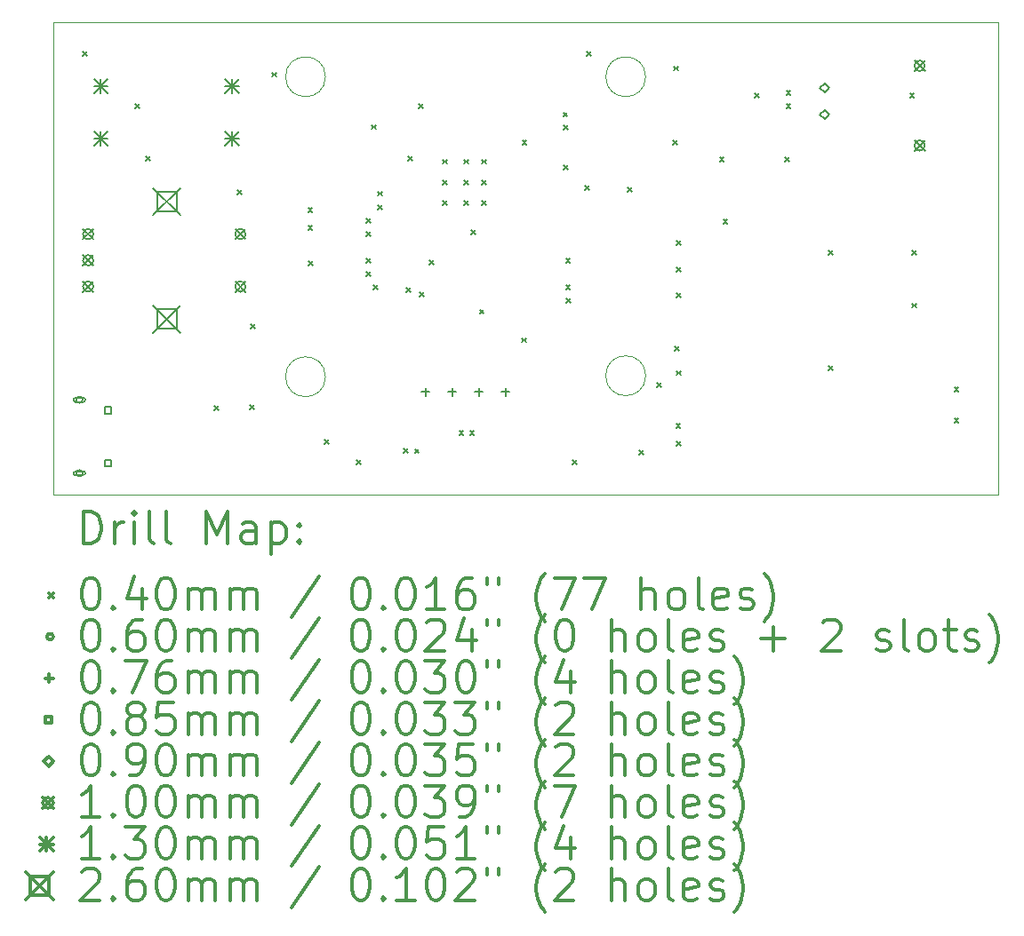
<source format=gbr>
%FSLAX45Y45*%
G04 Gerber Fmt 4.5, Leading zero omitted, Abs format (unit mm)*
G04 Created by KiCad (PCBNEW (5.1.0)-1) date 2020-03-20 23:12:10*
%MOMM*%
%LPD*%
G04 APERTURE LIST*
%ADD10C,0.050000*%
%ADD11C,0.200000*%
%ADD12C,0.300000*%
G04 APERTURE END LIST*
D10*
X19090000Y-4520000D02*
G75*
G03X19090000Y-4520000I-190000J0D01*
G01*
X19090000Y-7380000D02*
G75*
G03X19090000Y-7380000I-190000J0D01*
G01*
X22140000Y-7370000D02*
G75*
G03X22140000Y-7370000I-190000J0D01*
G01*
X22140000Y-4520000D02*
G75*
G03X22140000Y-4520000I-190000J0D01*
G01*
X16500000Y-8500000D02*
X16500000Y-4000000D01*
X25500000Y-8500000D02*
X16500000Y-8500000D01*
X25500000Y-4000000D02*
X25500000Y-8500000D01*
X16500000Y-4000000D02*
X25500000Y-4000000D01*
D11*
X16780000Y-4280000D02*
X16820000Y-4320000D01*
X16820000Y-4280000D02*
X16780000Y-4320000D01*
X17280000Y-4780000D02*
X17320000Y-4820000D01*
X17320000Y-4780000D02*
X17280000Y-4820000D01*
X17380000Y-5280000D02*
X17420000Y-5320000D01*
X17420000Y-5280000D02*
X17380000Y-5320000D01*
X18030000Y-7660000D02*
X18070000Y-7700000D01*
X18070000Y-7660000D02*
X18030000Y-7700000D01*
X18250000Y-5600000D02*
X18290000Y-5640000D01*
X18290000Y-5600000D02*
X18250000Y-5640000D01*
X18370000Y-7650000D02*
X18410000Y-7690000D01*
X18410000Y-7650000D02*
X18370000Y-7690000D01*
X18380000Y-6880000D02*
X18420000Y-6920000D01*
X18420000Y-6880000D02*
X18380000Y-6920000D01*
X18580000Y-4480000D02*
X18620000Y-4520000D01*
X18620000Y-4480000D02*
X18580000Y-4520000D01*
X18925000Y-5770000D02*
X18965000Y-5810000D01*
X18965000Y-5770000D02*
X18925000Y-5810000D01*
X18925000Y-5940000D02*
X18965000Y-5980000D01*
X18965000Y-5940000D02*
X18925000Y-5980000D01*
X18930000Y-6280000D02*
X18970000Y-6320000D01*
X18970000Y-6280000D02*
X18930000Y-6320000D01*
X19080000Y-7980000D02*
X19120000Y-8020000D01*
X19120000Y-7980000D02*
X19080000Y-8020000D01*
X19383600Y-8175200D02*
X19423600Y-8215200D01*
X19423600Y-8175200D02*
X19383600Y-8215200D01*
X19478734Y-5998734D02*
X19518734Y-6038734D01*
X19518734Y-5998734D02*
X19478734Y-6038734D01*
X19480000Y-5875000D02*
X19520000Y-5915000D01*
X19520000Y-5875000D02*
X19480000Y-5915000D01*
X19480000Y-6255000D02*
X19520000Y-6295000D01*
X19520000Y-6255000D02*
X19480000Y-6295000D01*
X19480000Y-6380000D02*
X19520000Y-6420000D01*
X19520000Y-6380000D02*
X19480000Y-6420000D01*
X19530000Y-4980000D02*
X19570000Y-5020000D01*
X19570000Y-4980000D02*
X19530000Y-5020000D01*
X19550000Y-6510000D02*
X19590000Y-6550000D01*
X19590000Y-6510000D02*
X19550000Y-6550000D01*
X19590000Y-5615000D02*
X19630000Y-5655000D01*
X19630000Y-5615000D02*
X19590000Y-5655000D01*
X19590000Y-5745000D02*
X19630000Y-5785000D01*
X19630000Y-5745000D02*
X19590000Y-5785000D01*
X19837500Y-8067500D02*
X19877500Y-8107500D01*
X19877500Y-8067500D02*
X19837500Y-8107500D01*
X19858500Y-6530000D02*
X19898500Y-6570000D01*
X19898500Y-6530000D02*
X19858500Y-6570000D01*
X19880000Y-5280000D02*
X19920000Y-5320000D01*
X19920000Y-5280000D02*
X19880000Y-5320000D01*
X19940000Y-8070000D02*
X19980000Y-8110000D01*
X19980000Y-8070000D02*
X19940000Y-8110000D01*
X19980000Y-4780000D02*
X20020000Y-4820000D01*
X20020000Y-4780000D02*
X19980000Y-4820000D01*
X19990000Y-6575000D02*
X20030000Y-6615000D01*
X20030000Y-6575000D02*
X19990000Y-6615000D01*
X20080000Y-6270000D02*
X20120000Y-6310000D01*
X20120000Y-6270000D02*
X20080000Y-6310000D01*
X20210000Y-5310000D02*
X20250000Y-5350000D01*
X20250000Y-5310000D02*
X20210000Y-5350000D01*
X20210000Y-5510000D02*
X20250000Y-5550000D01*
X20250000Y-5510000D02*
X20210000Y-5550000D01*
X20210000Y-5700000D02*
X20250000Y-5740000D01*
X20250000Y-5700000D02*
X20210000Y-5740000D01*
X20365000Y-7895000D02*
X20405000Y-7935000D01*
X20405000Y-7895000D02*
X20365000Y-7935000D01*
X20410000Y-5310000D02*
X20450000Y-5350000D01*
X20450000Y-5310000D02*
X20410000Y-5350000D01*
X20410000Y-5510000D02*
X20450000Y-5550000D01*
X20450000Y-5510000D02*
X20410000Y-5550000D01*
X20410000Y-5700000D02*
X20450000Y-5740000D01*
X20450000Y-5700000D02*
X20410000Y-5740000D01*
X20465000Y-7895000D02*
X20505000Y-7935000D01*
X20505000Y-7895000D02*
X20465000Y-7935000D01*
X20480000Y-5980000D02*
X20520000Y-6020000D01*
X20520000Y-5980000D02*
X20480000Y-6020000D01*
X20560000Y-6740000D02*
X20600000Y-6780000D01*
X20600000Y-6740000D02*
X20560000Y-6780000D01*
X20580000Y-5310000D02*
X20620000Y-5350000D01*
X20620000Y-5310000D02*
X20580000Y-5350000D01*
X20580000Y-5510000D02*
X20620000Y-5550000D01*
X20620000Y-5510000D02*
X20580000Y-5550000D01*
X20580000Y-5700000D02*
X20620000Y-5740000D01*
X20620000Y-5700000D02*
X20580000Y-5740000D01*
X20960000Y-7010000D02*
X21000000Y-7050000D01*
X21000000Y-7010000D02*
X20960000Y-7050000D01*
X20965000Y-5125000D02*
X21005000Y-5165000D01*
X21005000Y-5125000D02*
X20965000Y-5165000D01*
X21355000Y-4860000D02*
X21395000Y-4900000D01*
X21395000Y-4860000D02*
X21355000Y-4900000D01*
X21360000Y-4984000D02*
X21400000Y-5024000D01*
X21400000Y-4984000D02*
X21360000Y-5024000D01*
X21360000Y-5365000D02*
X21400000Y-5405000D01*
X21400000Y-5365000D02*
X21360000Y-5405000D01*
X21380000Y-6255000D02*
X21420000Y-6295000D01*
X21420000Y-6255000D02*
X21380000Y-6295000D01*
X21380000Y-6505000D02*
X21420000Y-6545000D01*
X21420000Y-6505000D02*
X21380000Y-6545000D01*
X21385000Y-6635000D02*
X21425000Y-6675000D01*
X21425000Y-6635000D02*
X21385000Y-6675000D01*
X21443600Y-8175200D02*
X21483600Y-8215200D01*
X21483600Y-8175200D02*
X21443600Y-8215200D01*
X21565000Y-5560000D02*
X21605000Y-5600000D01*
X21605000Y-5560000D02*
X21565000Y-5600000D01*
X21580000Y-4280000D02*
X21620000Y-4320000D01*
X21620000Y-4280000D02*
X21580000Y-4320000D01*
X21970000Y-5575000D02*
X22010000Y-5615000D01*
X22010000Y-5575000D02*
X21970000Y-5615000D01*
X22080000Y-8080000D02*
X22120000Y-8120000D01*
X22120000Y-8080000D02*
X22080000Y-8120000D01*
X22250000Y-7440000D02*
X22290000Y-7480000D01*
X22290000Y-7440000D02*
X22250000Y-7480000D01*
X22400000Y-5130000D02*
X22440000Y-5170000D01*
X22440000Y-5130000D02*
X22400000Y-5170000D01*
X22410000Y-4420000D02*
X22450000Y-4460000D01*
X22450000Y-4420000D02*
X22410000Y-4460000D01*
X22420000Y-7090000D02*
X22460000Y-7130000D01*
X22460000Y-7090000D02*
X22420000Y-7130000D01*
X22430000Y-7825000D02*
X22470000Y-7865000D01*
X22470000Y-7825000D02*
X22430000Y-7865000D01*
X22432700Y-6085000D02*
X22472700Y-6125000D01*
X22472700Y-6085000D02*
X22432700Y-6125000D01*
X22432700Y-6335000D02*
X22472700Y-6375000D01*
X22472700Y-6335000D02*
X22432700Y-6375000D01*
X22432700Y-6585000D02*
X22472700Y-6625000D01*
X22472700Y-6585000D02*
X22432700Y-6625000D01*
X22435000Y-7325000D02*
X22475000Y-7365000D01*
X22475000Y-7325000D02*
X22435000Y-7365000D01*
X22437500Y-7997500D02*
X22477500Y-8037500D01*
X22477500Y-7997500D02*
X22437500Y-8037500D01*
X22845000Y-5290000D02*
X22885000Y-5330000D01*
X22885000Y-5290000D02*
X22845000Y-5330000D01*
X22880000Y-5880000D02*
X22920000Y-5920000D01*
X22920000Y-5880000D02*
X22880000Y-5920000D01*
X23180000Y-4680000D02*
X23220000Y-4720000D01*
X23220000Y-4680000D02*
X23180000Y-4720000D01*
X23470000Y-5290000D02*
X23510000Y-5330000D01*
X23510000Y-5290000D02*
X23470000Y-5330000D01*
X23480000Y-4655000D02*
X23520000Y-4695000D01*
X23520000Y-4655000D02*
X23480000Y-4695000D01*
X23480000Y-4780000D02*
X23520000Y-4820000D01*
X23520000Y-4780000D02*
X23480000Y-4820000D01*
X23880000Y-6180000D02*
X23920000Y-6220000D01*
X23920000Y-6180000D02*
X23880000Y-6220000D01*
X23880000Y-7280000D02*
X23920000Y-7320000D01*
X23920000Y-7280000D02*
X23880000Y-7320000D01*
X24657500Y-4680000D02*
X24697500Y-4720000D01*
X24697500Y-4680000D02*
X24657500Y-4720000D01*
X24680000Y-6180000D02*
X24720000Y-6220000D01*
X24720000Y-6180000D02*
X24680000Y-6220000D01*
X24680000Y-6680000D02*
X24720000Y-6720000D01*
X24720000Y-6680000D02*
X24680000Y-6720000D01*
X25080000Y-7480000D02*
X25120000Y-7520000D01*
X25120000Y-7480000D02*
X25080000Y-7520000D01*
X25080000Y-7780000D02*
X25120000Y-7820000D01*
X25120000Y-7780000D02*
X25080000Y-7820000D01*
X16776250Y-7600000D02*
G75*
G03X16776250Y-7600000I-30000J0D01*
G01*
X16711250Y-7620000D02*
X16781250Y-7620000D01*
X16711250Y-7580000D02*
X16781250Y-7580000D01*
X16781250Y-7620000D02*
G75*
G03X16781250Y-7580000I0J20000D01*
G01*
X16711250Y-7580000D02*
G75*
G03X16711250Y-7620000I0J-20000D01*
G01*
X16776250Y-8300000D02*
G75*
G03X16776250Y-8300000I-30000J0D01*
G01*
X16781250Y-8280000D02*
X16711250Y-8280000D01*
X16781250Y-8320000D02*
X16711250Y-8320000D01*
X16711250Y-8280000D02*
G75*
G03X16711250Y-8320000I0J-20000D01*
G01*
X16781250Y-8320000D02*
G75*
G03X16781250Y-8280000I0J20000D01*
G01*
X20044000Y-7486900D02*
X20044000Y-7563100D01*
X20005900Y-7525000D02*
X20082100Y-7525000D01*
X20298000Y-7486900D02*
X20298000Y-7563100D01*
X20259900Y-7525000D02*
X20336100Y-7525000D01*
X20552000Y-7486900D02*
X20552000Y-7563100D01*
X20513900Y-7525000D02*
X20590100Y-7525000D01*
X20806000Y-7486900D02*
X20806000Y-7563100D01*
X20767900Y-7525000D02*
X20844100Y-7525000D01*
X17046302Y-7730052D02*
X17046302Y-7669948D01*
X16986198Y-7669948D01*
X16986198Y-7730052D01*
X17046302Y-7730052D01*
X17046302Y-8230052D02*
X17046302Y-8169948D01*
X16986198Y-8169948D01*
X16986198Y-8230052D01*
X17046302Y-8230052D01*
X23845000Y-4671000D02*
X23890000Y-4626000D01*
X23845000Y-4581000D01*
X23800000Y-4626000D01*
X23845000Y-4671000D01*
X23845000Y-4925000D02*
X23890000Y-4880000D01*
X23845000Y-4835000D01*
X23800000Y-4880000D01*
X23845000Y-4925000D01*
X16780000Y-5970000D02*
X16880000Y-6070000D01*
X16880000Y-5970000D02*
X16780000Y-6070000D01*
X16880000Y-6020000D02*
G75*
G03X16880000Y-6020000I-50000J0D01*
G01*
X16780000Y-6220000D02*
X16880000Y-6320000D01*
X16880000Y-6220000D02*
X16780000Y-6320000D01*
X16880000Y-6270000D02*
G75*
G03X16880000Y-6270000I-50000J0D01*
G01*
X16780000Y-6470000D02*
X16880000Y-6570000D01*
X16880000Y-6470000D02*
X16780000Y-6570000D01*
X16880000Y-6520000D02*
G75*
G03X16880000Y-6520000I-50000J0D01*
G01*
X18230000Y-5970000D02*
X18330000Y-6070000D01*
X18330000Y-5970000D02*
X18230000Y-6070000D01*
X18330000Y-6020000D02*
G75*
G03X18330000Y-6020000I-50000J0D01*
G01*
X18230000Y-6470000D02*
X18330000Y-6570000D01*
X18330000Y-6470000D02*
X18230000Y-6570000D01*
X18330000Y-6520000D02*
G75*
G03X18330000Y-6520000I-50000J0D01*
G01*
X24700000Y-4365000D02*
X24800000Y-4465000D01*
X24800000Y-4365000D02*
X24700000Y-4465000D01*
X24800000Y-4415000D02*
G75*
G03X24800000Y-4415000I-50000J0D01*
G01*
X24700000Y-5125000D02*
X24800000Y-5225000D01*
X24800000Y-5125000D02*
X24700000Y-5225000D01*
X24800000Y-5175000D02*
G75*
G03X24800000Y-5175000I-50000J0D01*
G01*
X16885000Y-4545000D02*
X17015000Y-4675000D01*
X17015000Y-4545000D02*
X16885000Y-4675000D01*
X16950000Y-4545000D02*
X16950000Y-4675000D01*
X16885000Y-4610000D02*
X17015000Y-4610000D01*
X16885000Y-5045000D02*
X17015000Y-5175000D01*
X17015000Y-5045000D02*
X16885000Y-5175000D01*
X16950000Y-5045000D02*
X16950000Y-5175000D01*
X16885000Y-5110000D02*
X17015000Y-5110000D01*
X18135000Y-4545000D02*
X18265000Y-4675000D01*
X18265000Y-4545000D02*
X18135000Y-4675000D01*
X18200000Y-4545000D02*
X18200000Y-4675000D01*
X18135000Y-4610000D02*
X18265000Y-4610000D01*
X18135000Y-5045000D02*
X18265000Y-5175000D01*
X18265000Y-5045000D02*
X18135000Y-5175000D01*
X18200000Y-5045000D02*
X18200000Y-5175000D01*
X18135000Y-5110000D02*
X18265000Y-5110000D01*
X17450000Y-5580000D02*
X17710000Y-5840000D01*
X17710000Y-5580000D02*
X17450000Y-5840000D01*
X17671925Y-5801925D02*
X17671925Y-5618075D01*
X17488075Y-5618075D01*
X17488075Y-5801925D01*
X17671925Y-5801925D01*
X17450000Y-6700000D02*
X17710000Y-6960000D01*
X17710000Y-6700000D02*
X17450000Y-6960000D01*
X17671925Y-6921925D02*
X17671925Y-6738075D01*
X17488075Y-6738075D01*
X17488075Y-6921925D01*
X17671925Y-6921925D01*
D12*
X16783928Y-8968214D02*
X16783928Y-8668214D01*
X16855357Y-8668214D01*
X16898214Y-8682500D01*
X16926786Y-8711072D01*
X16941071Y-8739643D01*
X16955357Y-8796786D01*
X16955357Y-8839643D01*
X16941071Y-8896786D01*
X16926786Y-8925357D01*
X16898214Y-8953929D01*
X16855357Y-8968214D01*
X16783928Y-8968214D01*
X17083928Y-8968214D02*
X17083928Y-8768214D01*
X17083928Y-8825357D02*
X17098214Y-8796786D01*
X17112500Y-8782500D01*
X17141071Y-8768214D01*
X17169643Y-8768214D01*
X17269643Y-8968214D02*
X17269643Y-8768214D01*
X17269643Y-8668214D02*
X17255357Y-8682500D01*
X17269643Y-8696786D01*
X17283928Y-8682500D01*
X17269643Y-8668214D01*
X17269643Y-8696786D01*
X17455357Y-8968214D02*
X17426786Y-8953929D01*
X17412500Y-8925357D01*
X17412500Y-8668214D01*
X17612500Y-8968214D02*
X17583928Y-8953929D01*
X17569643Y-8925357D01*
X17569643Y-8668214D01*
X17955357Y-8968214D02*
X17955357Y-8668214D01*
X18055357Y-8882500D01*
X18155357Y-8668214D01*
X18155357Y-8968214D01*
X18426786Y-8968214D02*
X18426786Y-8811072D01*
X18412500Y-8782500D01*
X18383928Y-8768214D01*
X18326786Y-8768214D01*
X18298214Y-8782500D01*
X18426786Y-8953929D02*
X18398214Y-8968214D01*
X18326786Y-8968214D01*
X18298214Y-8953929D01*
X18283928Y-8925357D01*
X18283928Y-8896786D01*
X18298214Y-8868214D01*
X18326786Y-8853929D01*
X18398214Y-8853929D01*
X18426786Y-8839643D01*
X18569643Y-8768214D02*
X18569643Y-9068214D01*
X18569643Y-8782500D02*
X18598214Y-8768214D01*
X18655357Y-8768214D01*
X18683928Y-8782500D01*
X18698214Y-8796786D01*
X18712500Y-8825357D01*
X18712500Y-8911072D01*
X18698214Y-8939643D01*
X18683928Y-8953929D01*
X18655357Y-8968214D01*
X18598214Y-8968214D01*
X18569643Y-8953929D01*
X18841071Y-8939643D02*
X18855357Y-8953929D01*
X18841071Y-8968214D01*
X18826786Y-8953929D01*
X18841071Y-8939643D01*
X18841071Y-8968214D01*
X18841071Y-8782500D02*
X18855357Y-8796786D01*
X18841071Y-8811072D01*
X18826786Y-8796786D01*
X18841071Y-8782500D01*
X18841071Y-8811072D01*
X16457500Y-9442500D02*
X16497500Y-9482500D01*
X16497500Y-9442500D02*
X16457500Y-9482500D01*
X16841071Y-9298214D02*
X16869643Y-9298214D01*
X16898214Y-9312500D01*
X16912500Y-9326786D01*
X16926786Y-9355357D01*
X16941071Y-9412500D01*
X16941071Y-9483929D01*
X16926786Y-9541072D01*
X16912500Y-9569643D01*
X16898214Y-9583929D01*
X16869643Y-9598214D01*
X16841071Y-9598214D01*
X16812500Y-9583929D01*
X16798214Y-9569643D01*
X16783928Y-9541072D01*
X16769643Y-9483929D01*
X16769643Y-9412500D01*
X16783928Y-9355357D01*
X16798214Y-9326786D01*
X16812500Y-9312500D01*
X16841071Y-9298214D01*
X17069643Y-9569643D02*
X17083928Y-9583929D01*
X17069643Y-9598214D01*
X17055357Y-9583929D01*
X17069643Y-9569643D01*
X17069643Y-9598214D01*
X17341071Y-9398214D02*
X17341071Y-9598214D01*
X17269643Y-9283929D02*
X17198214Y-9498214D01*
X17383928Y-9498214D01*
X17555357Y-9298214D02*
X17583928Y-9298214D01*
X17612500Y-9312500D01*
X17626786Y-9326786D01*
X17641071Y-9355357D01*
X17655357Y-9412500D01*
X17655357Y-9483929D01*
X17641071Y-9541072D01*
X17626786Y-9569643D01*
X17612500Y-9583929D01*
X17583928Y-9598214D01*
X17555357Y-9598214D01*
X17526786Y-9583929D01*
X17512500Y-9569643D01*
X17498214Y-9541072D01*
X17483928Y-9483929D01*
X17483928Y-9412500D01*
X17498214Y-9355357D01*
X17512500Y-9326786D01*
X17526786Y-9312500D01*
X17555357Y-9298214D01*
X17783928Y-9598214D02*
X17783928Y-9398214D01*
X17783928Y-9426786D02*
X17798214Y-9412500D01*
X17826786Y-9398214D01*
X17869643Y-9398214D01*
X17898214Y-9412500D01*
X17912500Y-9441072D01*
X17912500Y-9598214D01*
X17912500Y-9441072D02*
X17926786Y-9412500D01*
X17955357Y-9398214D01*
X17998214Y-9398214D01*
X18026786Y-9412500D01*
X18041071Y-9441072D01*
X18041071Y-9598214D01*
X18183928Y-9598214D02*
X18183928Y-9398214D01*
X18183928Y-9426786D02*
X18198214Y-9412500D01*
X18226786Y-9398214D01*
X18269643Y-9398214D01*
X18298214Y-9412500D01*
X18312500Y-9441072D01*
X18312500Y-9598214D01*
X18312500Y-9441072D02*
X18326786Y-9412500D01*
X18355357Y-9398214D01*
X18398214Y-9398214D01*
X18426786Y-9412500D01*
X18441071Y-9441072D01*
X18441071Y-9598214D01*
X19026786Y-9283929D02*
X18769643Y-9669643D01*
X19412500Y-9298214D02*
X19441071Y-9298214D01*
X19469643Y-9312500D01*
X19483928Y-9326786D01*
X19498214Y-9355357D01*
X19512500Y-9412500D01*
X19512500Y-9483929D01*
X19498214Y-9541072D01*
X19483928Y-9569643D01*
X19469643Y-9583929D01*
X19441071Y-9598214D01*
X19412500Y-9598214D01*
X19383928Y-9583929D01*
X19369643Y-9569643D01*
X19355357Y-9541072D01*
X19341071Y-9483929D01*
X19341071Y-9412500D01*
X19355357Y-9355357D01*
X19369643Y-9326786D01*
X19383928Y-9312500D01*
X19412500Y-9298214D01*
X19641071Y-9569643D02*
X19655357Y-9583929D01*
X19641071Y-9598214D01*
X19626786Y-9583929D01*
X19641071Y-9569643D01*
X19641071Y-9598214D01*
X19841071Y-9298214D02*
X19869643Y-9298214D01*
X19898214Y-9312500D01*
X19912500Y-9326786D01*
X19926786Y-9355357D01*
X19941071Y-9412500D01*
X19941071Y-9483929D01*
X19926786Y-9541072D01*
X19912500Y-9569643D01*
X19898214Y-9583929D01*
X19869643Y-9598214D01*
X19841071Y-9598214D01*
X19812500Y-9583929D01*
X19798214Y-9569643D01*
X19783928Y-9541072D01*
X19769643Y-9483929D01*
X19769643Y-9412500D01*
X19783928Y-9355357D01*
X19798214Y-9326786D01*
X19812500Y-9312500D01*
X19841071Y-9298214D01*
X20226786Y-9598214D02*
X20055357Y-9598214D01*
X20141071Y-9598214D02*
X20141071Y-9298214D01*
X20112500Y-9341072D01*
X20083928Y-9369643D01*
X20055357Y-9383929D01*
X20483928Y-9298214D02*
X20426786Y-9298214D01*
X20398214Y-9312500D01*
X20383928Y-9326786D01*
X20355357Y-9369643D01*
X20341071Y-9426786D01*
X20341071Y-9541072D01*
X20355357Y-9569643D01*
X20369643Y-9583929D01*
X20398214Y-9598214D01*
X20455357Y-9598214D01*
X20483928Y-9583929D01*
X20498214Y-9569643D01*
X20512500Y-9541072D01*
X20512500Y-9469643D01*
X20498214Y-9441072D01*
X20483928Y-9426786D01*
X20455357Y-9412500D01*
X20398214Y-9412500D01*
X20369643Y-9426786D01*
X20355357Y-9441072D01*
X20341071Y-9469643D01*
X20626786Y-9298214D02*
X20626786Y-9355357D01*
X20741071Y-9298214D02*
X20741071Y-9355357D01*
X21183928Y-9712500D02*
X21169643Y-9698214D01*
X21141071Y-9655357D01*
X21126786Y-9626786D01*
X21112500Y-9583929D01*
X21098214Y-9512500D01*
X21098214Y-9455357D01*
X21112500Y-9383929D01*
X21126786Y-9341072D01*
X21141071Y-9312500D01*
X21169643Y-9269643D01*
X21183928Y-9255357D01*
X21269643Y-9298214D02*
X21469643Y-9298214D01*
X21341071Y-9598214D01*
X21555357Y-9298214D02*
X21755357Y-9298214D01*
X21626786Y-9598214D01*
X22098214Y-9598214D02*
X22098214Y-9298214D01*
X22226786Y-9598214D02*
X22226786Y-9441072D01*
X22212500Y-9412500D01*
X22183928Y-9398214D01*
X22141071Y-9398214D01*
X22112500Y-9412500D01*
X22098214Y-9426786D01*
X22412500Y-9598214D02*
X22383928Y-9583929D01*
X22369643Y-9569643D01*
X22355357Y-9541072D01*
X22355357Y-9455357D01*
X22369643Y-9426786D01*
X22383928Y-9412500D01*
X22412500Y-9398214D01*
X22455357Y-9398214D01*
X22483928Y-9412500D01*
X22498214Y-9426786D01*
X22512500Y-9455357D01*
X22512500Y-9541072D01*
X22498214Y-9569643D01*
X22483928Y-9583929D01*
X22455357Y-9598214D01*
X22412500Y-9598214D01*
X22683928Y-9598214D02*
X22655357Y-9583929D01*
X22641071Y-9555357D01*
X22641071Y-9298214D01*
X22912500Y-9583929D02*
X22883928Y-9598214D01*
X22826786Y-9598214D01*
X22798214Y-9583929D01*
X22783928Y-9555357D01*
X22783928Y-9441072D01*
X22798214Y-9412500D01*
X22826786Y-9398214D01*
X22883928Y-9398214D01*
X22912500Y-9412500D01*
X22926786Y-9441072D01*
X22926786Y-9469643D01*
X22783928Y-9498214D01*
X23041071Y-9583929D02*
X23069643Y-9598214D01*
X23126786Y-9598214D01*
X23155357Y-9583929D01*
X23169643Y-9555357D01*
X23169643Y-9541072D01*
X23155357Y-9512500D01*
X23126786Y-9498214D01*
X23083928Y-9498214D01*
X23055357Y-9483929D01*
X23041071Y-9455357D01*
X23041071Y-9441072D01*
X23055357Y-9412500D01*
X23083928Y-9398214D01*
X23126786Y-9398214D01*
X23155357Y-9412500D01*
X23269643Y-9712500D02*
X23283928Y-9698214D01*
X23312500Y-9655357D01*
X23326786Y-9626786D01*
X23341071Y-9583929D01*
X23355357Y-9512500D01*
X23355357Y-9455357D01*
X23341071Y-9383929D01*
X23326786Y-9341072D01*
X23312500Y-9312500D01*
X23283928Y-9269643D01*
X23269643Y-9255357D01*
X16497500Y-9858500D02*
G75*
G03X16497500Y-9858500I-30000J0D01*
G01*
X16841071Y-9694214D02*
X16869643Y-9694214D01*
X16898214Y-9708500D01*
X16912500Y-9722786D01*
X16926786Y-9751357D01*
X16941071Y-9808500D01*
X16941071Y-9879929D01*
X16926786Y-9937072D01*
X16912500Y-9965643D01*
X16898214Y-9979929D01*
X16869643Y-9994214D01*
X16841071Y-9994214D01*
X16812500Y-9979929D01*
X16798214Y-9965643D01*
X16783928Y-9937072D01*
X16769643Y-9879929D01*
X16769643Y-9808500D01*
X16783928Y-9751357D01*
X16798214Y-9722786D01*
X16812500Y-9708500D01*
X16841071Y-9694214D01*
X17069643Y-9965643D02*
X17083928Y-9979929D01*
X17069643Y-9994214D01*
X17055357Y-9979929D01*
X17069643Y-9965643D01*
X17069643Y-9994214D01*
X17341071Y-9694214D02*
X17283928Y-9694214D01*
X17255357Y-9708500D01*
X17241071Y-9722786D01*
X17212500Y-9765643D01*
X17198214Y-9822786D01*
X17198214Y-9937072D01*
X17212500Y-9965643D01*
X17226786Y-9979929D01*
X17255357Y-9994214D01*
X17312500Y-9994214D01*
X17341071Y-9979929D01*
X17355357Y-9965643D01*
X17369643Y-9937072D01*
X17369643Y-9865643D01*
X17355357Y-9837072D01*
X17341071Y-9822786D01*
X17312500Y-9808500D01*
X17255357Y-9808500D01*
X17226786Y-9822786D01*
X17212500Y-9837072D01*
X17198214Y-9865643D01*
X17555357Y-9694214D02*
X17583928Y-9694214D01*
X17612500Y-9708500D01*
X17626786Y-9722786D01*
X17641071Y-9751357D01*
X17655357Y-9808500D01*
X17655357Y-9879929D01*
X17641071Y-9937072D01*
X17626786Y-9965643D01*
X17612500Y-9979929D01*
X17583928Y-9994214D01*
X17555357Y-9994214D01*
X17526786Y-9979929D01*
X17512500Y-9965643D01*
X17498214Y-9937072D01*
X17483928Y-9879929D01*
X17483928Y-9808500D01*
X17498214Y-9751357D01*
X17512500Y-9722786D01*
X17526786Y-9708500D01*
X17555357Y-9694214D01*
X17783928Y-9994214D02*
X17783928Y-9794214D01*
X17783928Y-9822786D02*
X17798214Y-9808500D01*
X17826786Y-9794214D01*
X17869643Y-9794214D01*
X17898214Y-9808500D01*
X17912500Y-9837072D01*
X17912500Y-9994214D01*
X17912500Y-9837072D02*
X17926786Y-9808500D01*
X17955357Y-9794214D01*
X17998214Y-9794214D01*
X18026786Y-9808500D01*
X18041071Y-9837072D01*
X18041071Y-9994214D01*
X18183928Y-9994214D02*
X18183928Y-9794214D01*
X18183928Y-9822786D02*
X18198214Y-9808500D01*
X18226786Y-9794214D01*
X18269643Y-9794214D01*
X18298214Y-9808500D01*
X18312500Y-9837072D01*
X18312500Y-9994214D01*
X18312500Y-9837072D02*
X18326786Y-9808500D01*
X18355357Y-9794214D01*
X18398214Y-9794214D01*
X18426786Y-9808500D01*
X18441071Y-9837072D01*
X18441071Y-9994214D01*
X19026786Y-9679929D02*
X18769643Y-10065643D01*
X19412500Y-9694214D02*
X19441071Y-9694214D01*
X19469643Y-9708500D01*
X19483928Y-9722786D01*
X19498214Y-9751357D01*
X19512500Y-9808500D01*
X19512500Y-9879929D01*
X19498214Y-9937072D01*
X19483928Y-9965643D01*
X19469643Y-9979929D01*
X19441071Y-9994214D01*
X19412500Y-9994214D01*
X19383928Y-9979929D01*
X19369643Y-9965643D01*
X19355357Y-9937072D01*
X19341071Y-9879929D01*
X19341071Y-9808500D01*
X19355357Y-9751357D01*
X19369643Y-9722786D01*
X19383928Y-9708500D01*
X19412500Y-9694214D01*
X19641071Y-9965643D02*
X19655357Y-9979929D01*
X19641071Y-9994214D01*
X19626786Y-9979929D01*
X19641071Y-9965643D01*
X19641071Y-9994214D01*
X19841071Y-9694214D02*
X19869643Y-9694214D01*
X19898214Y-9708500D01*
X19912500Y-9722786D01*
X19926786Y-9751357D01*
X19941071Y-9808500D01*
X19941071Y-9879929D01*
X19926786Y-9937072D01*
X19912500Y-9965643D01*
X19898214Y-9979929D01*
X19869643Y-9994214D01*
X19841071Y-9994214D01*
X19812500Y-9979929D01*
X19798214Y-9965643D01*
X19783928Y-9937072D01*
X19769643Y-9879929D01*
X19769643Y-9808500D01*
X19783928Y-9751357D01*
X19798214Y-9722786D01*
X19812500Y-9708500D01*
X19841071Y-9694214D01*
X20055357Y-9722786D02*
X20069643Y-9708500D01*
X20098214Y-9694214D01*
X20169643Y-9694214D01*
X20198214Y-9708500D01*
X20212500Y-9722786D01*
X20226786Y-9751357D01*
X20226786Y-9779929D01*
X20212500Y-9822786D01*
X20041071Y-9994214D01*
X20226786Y-9994214D01*
X20483928Y-9794214D02*
X20483928Y-9994214D01*
X20412500Y-9679929D02*
X20341071Y-9894214D01*
X20526786Y-9894214D01*
X20626786Y-9694214D02*
X20626786Y-9751357D01*
X20741071Y-9694214D02*
X20741071Y-9751357D01*
X21183928Y-10108500D02*
X21169643Y-10094214D01*
X21141071Y-10051357D01*
X21126786Y-10022786D01*
X21112500Y-9979929D01*
X21098214Y-9908500D01*
X21098214Y-9851357D01*
X21112500Y-9779929D01*
X21126786Y-9737072D01*
X21141071Y-9708500D01*
X21169643Y-9665643D01*
X21183928Y-9651357D01*
X21355357Y-9694214D02*
X21383928Y-9694214D01*
X21412500Y-9708500D01*
X21426786Y-9722786D01*
X21441071Y-9751357D01*
X21455357Y-9808500D01*
X21455357Y-9879929D01*
X21441071Y-9937072D01*
X21426786Y-9965643D01*
X21412500Y-9979929D01*
X21383928Y-9994214D01*
X21355357Y-9994214D01*
X21326786Y-9979929D01*
X21312500Y-9965643D01*
X21298214Y-9937072D01*
X21283928Y-9879929D01*
X21283928Y-9808500D01*
X21298214Y-9751357D01*
X21312500Y-9722786D01*
X21326786Y-9708500D01*
X21355357Y-9694214D01*
X21812500Y-9994214D02*
X21812500Y-9694214D01*
X21941071Y-9994214D02*
X21941071Y-9837072D01*
X21926786Y-9808500D01*
X21898214Y-9794214D01*
X21855357Y-9794214D01*
X21826786Y-9808500D01*
X21812500Y-9822786D01*
X22126786Y-9994214D02*
X22098214Y-9979929D01*
X22083928Y-9965643D01*
X22069643Y-9937072D01*
X22069643Y-9851357D01*
X22083928Y-9822786D01*
X22098214Y-9808500D01*
X22126786Y-9794214D01*
X22169643Y-9794214D01*
X22198214Y-9808500D01*
X22212500Y-9822786D01*
X22226786Y-9851357D01*
X22226786Y-9937072D01*
X22212500Y-9965643D01*
X22198214Y-9979929D01*
X22169643Y-9994214D01*
X22126786Y-9994214D01*
X22398214Y-9994214D02*
X22369643Y-9979929D01*
X22355357Y-9951357D01*
X22355357Y-9694214D01*
X22626786Y-9979929D02*
X22598214Y-9994214D01*
X22541071Y-9994214D01*
X22512500Y-9979929D01*
X22498214Y-9951357D01*
X22498214Y-9837072D01*
X22512500Y-9808500D01*
X22541071Y-9794214D01*
X22598214Y-9794214D01*
X22626786Y-9808500D01*
X22641071Y-9837072D01*
X22641071Y-9865643D01*
X22498214Y-9894214D01*
X22755357Y-9979929D02*
X22783928Y-9994214D01*
X22841071Y-9994214D01*
X22869643Y-9979929D01*
X22883928Y-9951357D01*
X22883928Y-9937072D01*
X22869643Y-9908500D01*
X22841071Y-9894214D01*
X22798214Y-9894214D01*
X22769643Y-9879929D01*
X22755357Y-9851357D01*
X22755357Y-9837072D01*
X22769643Y-9808500D01*
X22798214Y-9794214D01*
X22841071Y-9794214D01*
X22869643Y-9808500D01*
X23241071Y-9879929D02*
X23469643Y-9879929D01*
X23355357Y-9994214D02*
X23355357Y-9765643D01*
X23826786Y-9722786D02*
X23841071Y-9708500D01*
X23869643Y-9694214D01*
X23941071Y-9694214D01*
X23969643Y-9708500D01*
X23983928Y-9722786D01*
X23998214Y-9751357D01*
X23998214Y-9779929D01*
X23983928Y-9822786D01*
X23812500Y-9994214D01*
X23998214Y-9994214D01*
X24341071Y-9979929D02*
X24369643Y-9994214D01*
X24426786Y-9994214D01*
X24455357Y-9979929D01*
X24469643Y-9951357D01*
X24469643Y-9937072D01*
X24455357Y-9908500D01*
X24426786Y-9894214D01*
X24383928Y-9894214D01*
X24355357Y-9879929D01*
X24341071Y-9851357D01*
X24341071Y-9837072D01*
X24355357Y-9808500D01*
X24383928Y-9794214D01*
X24426786Y-9794214D01*
X24455357Y-9808500D01*
X24641071Y-9994214D02*
X24612500Y-9979929D01*
X24598214Y-9951357D01*
X24598214Y-9694214D01*
X24798214Y-9994214D02*
X24769643Y-9979929D01*
X24755357Y-9965643D01*
X24741071Y-9937072D01*
X24741071Y-9851357D01*
X24755357Y-9822786D01*
X24769643Y-9808500D01*
X24798214Y-9794214D01*
X24841071Y-9794214D01*
X24869643Y-9808500D01*
X24883928Y-9822786D01*
X24898214Y-9851357D01*
X24898214Y-9937072D01*
X24883928Y-9965643D01*
X24869643Y-9979929D01*
X24841071Y-9994214D01*
X24798214Y-9994214D01*
X24983928Y-9794214D02*
X25098214Y-9794214D01*
X25026786Y-9694214D02*
X25026786Y-9951357D01*
X25041071Y-9979929D01*
X25069643Y-9994214D01*
X25098214Y-9994214D01*
X25183928Y-9979929D02*
X25212500Y-9994214D01*
X25269643Y-9994214D01*
X25298214Y-9979929D01*
X25312500Y-9951357D01*
X25312500Y-9937072D01*
X25298214Y-9908500D01*
X25269643Y-9894214D01*
X25226786Y-9894214D01*
X25198214Y-9879929D01*
X25183928Y-9851357D01*
X25183928Y-9837072D01*
X25198214Y-9808500D01*
X25226786Y-9794214D01*
X25269643Y-9794214D01*
X25298214Y-9808500D01*
X25412500Y-10108500D02*
X25426786Y-10094214D01*
X25455357Y-10051357D01*
X25469643Y-10022786D01*
X25483928Y-9979929D01*
X25498214Y-9908500D01*
X25498214Y-9851357D01*
X25483928Y-9779929D01*
X25469643Y-9737072D01*
X25455357Y-9708500D01*
X25426786Y-9665643D01*
X25412500Y-9651357D01*
X16459400Y-10216400D02*
X16459400Y-10292600D01*
X16421300Y-10254500D02*
X16497500Y-10254500D01*
X16841071Y-10090214D02*
X16869643Y-10090214D01*
X16898214Y-10104500D01*
X16912500Y-10118786D01*
X16926786Y-10147357D01*
X16941071Y-10204500D01*
X16941071Y-10275929D01*
X16926786Y-10333072D01*
X16912500Y-10361643D01*
X16898214Y-10375929D01*
X16869643Y-10390214D01*
X16841071Y-10390214D01*
X16812500Y-10375929D01*
X16798214Y-10361643D01*
X16783928Y-10333072D01*
X16769643Y-10275929D01*
X16769643Y-10204500D01*
X16783928Y-10147357D01*
X16798214Y-10118786D01*
X16812500Y-10104500D01*
X16841071Y-10090214D01*
X17069643Y-10361643D02*
X17083928Y-10375929D01*
X17069643Y-10390214D01*
X17055357Y-10375929D01*
X17069643Y-10361643D01*
X17069643Y-10390214D01*
X17183928Y-10090214D02*
X17383928Y-10090214D01*
X17255357Y-10390214D01*
X17626786Y-10090214D02*
X17569643Y-10090214D01*
X17541071Y-10104500D01*
X17526786Y-10118786D01*
X17498214Y-10161643D01*
X17483928Y-10218786D01*
X17483928Y-10333072D01*
X17498214Y-10361643D01*
X17512500Y-10375929D01*
X17541071Y-10390214D01*
X17598214Y-10390214D01*
X17626786Y-10375929D01*
X17641071Y-10361643D01*
X17655357Y-10333072D01*
X17655357Y-10261643D01*
X17641071Y-10233072D01*
X17626786Y-10218786D01*
X17598214Y-10204500D01*
X17541071Y-10204500D01*
X17512500Y-10218786D01*
X17498214Y-10233072D01*
X17483928Y-10261643D01*
X17783928Y-10390214D02*
X17783928Y-10190214D01*
X17783928Y-10218786D02*
X17798214Y-10204500D01*
X17826786Y-10190214D01*
X17869643Y-10190214D01*
X17898214Y-10204500D01*
X17912500Y-10233072D01*
X17912500Y-10390214D01*
X17912500Y-10233072D02*
X17926786Y-10204500D01*
X17955357Y-10190214D01*
X17998214Y-10190214D01*
X18026786Y-10204500D01*
X18041071Y-10233072D01*
X18041071Y-10390214D01*
X18183928Y-10390214D02*
X18183928Y-10190214D01*
X18183928Y-10218786D02*
X18198214Y-10204500D01*
X18226786Y-10190214D01*
X18269643Y-10190214D01*
X18298214Y-10204500D01*
X18312500Y-10233072D01*
X18312500Y-10390214D01*
X18312500Y-10233072D02*
X18326786Y-10204500D01*
X18355357Y-10190214D01*
X18398214Y-10190214D01*
X18426786Y-10204500D01*
X18441071Y-10233072D01*
X18441071Y-10390214D01*
X19026786Y-10075929D02*
X18769643Y-10461643D01*
X19412500Y-10090214D02*
X19441071Y-10090214D01*
X19469643Y-10104500D01*
X19483928Y-10118786D01*
X19498214Y-10147357D01*
X19512500Y-10204500D01*
X19512500Y-10275929D01*
X19498214Y-10333072D01*
X19483928Y-10361643D01*
X19469643Y-10375929D01*
X19441071Y-10390214D01*
X19412500Y-10390214D01*
X19383928Y-10375929D01*
X19369643Y-10361643D01*
X19355357Y-10333072D01*
X19341071Y-10275929D01*
X19341071Y-10204500D01*
X19355357Y-10147357D01*
X19369643Y-10118786D01*
X19383928Y-10104500D01*
X19412500Y-10090214D01*
X19641071Y-10361643D02*
X19655357Y-10375929D01*
X19641071Y-10390214D01*
X19626786Y-10375929D01*
X19641071Y-10361643D01*
X19641071Y-10390214D01*
X19841071Y-10090214D02*
X19869643Y-10090214D01*
X19898214Y-10104500D01*
X19912500Y-10118786D01*
X19926786Y-10147357D01*
X19941071Y-10204500D01*
X19941071Y-10275929D01*
X19926786Y-10333072D01*
X19912500Y-10361643D01*
X19898214Y-10375929D01*
X19869643Y-10390214D01*
X19841071Y-10390214D01*
X19812500Y-10375929D01*
X19798214Y-10361643D01*
X19783928Y-10333072D01*
X19769643Y-10275929D01*
X19769643Y-10204500D01*
X19783928Y-10147357D01*
X19798214Y-10118786D01*
X19812500Y-10104500D01*
X19841071Y-10090214D01*
X20041071Y-10090214D02*
X20226786Y-10090214D01*
X20126786Y-10204500D01*
X20169643Y-10204500D01*
X20198214Y-10218786D01*
X20212500Y-10233072D01*
X20226786Y-10261643D01*
X20226786Y-10333072D01*
X20212500Y-10361643D01*
X20198214Y-10375929D01*
X20169643Y-10390214D01*
X20083928Y-10390214D01*
X20055357Y-10375929D01*
X20041071Y-10361643D01*
X20412500Y-10090214D02*
X20441071Y-10090214D01*
X20469643Y-10104500D01*
X20483928Y-10118786D01*
X20498214Y-10147357D01*
X20512500Y-10204500D01*
X20512500Y-10275929D01*
X20498214Y-10333072D01*
X20483928Y-10361643D01*
X20469643Y-10375929D01*
X20441071Y-10390214D01*
X20412500Y-10390214D01*
X20383928Y-10375929D01*
X20369643Y-10361643D01*
X20355357Y-10333072D01*
X20341071Y-10275929D01*
X20341071Y-10204500D01*
X20355357Y-10147357D01*
X20369643Y-10118786D01*
X20383928Y-10104500D01*
X20412500Y-10090214D01*
X20626786Y-10090214D02*
X20626786Y-10147357D01*
X20741071Y-10090214D02*
X20741071Y-10147357D01*
X21183928Y-10504500D02*
X21169643Y-10490214D01*
X21141071Y-10447357D01*
X21126786Y-10418786D01*
X21112500Y-10375929D01*
X21098214Y-10304500D01*
X21098214Y-10247357D01*
X21112500Y-10175929D01*
X21126786Y-10133072D01*
X21141071Y-10104500D01*
X21169643Y-10061643D01*
X21183928Y-10047357D01*
X21426786Y-10190214D02*
X21426786Y-10390214D01*
X21355357Y-10075929D02*
X21283928Y-10290214D01*
X21469643Y-10290214D01*
X21812500Y-10390214D02*
X21812500Y-10090214D01*
X21941071Y-10390214D02*
X21941071Y-10233072D01*
X21926786Y-10204500D01*
X21898214Y-10190214D01*
X21855357Y-10190214D01*
X21826786Y-10204500D01*
X21812500Y-10218786D01*
X22126786Y-10390214D02*
X22098214Y-10375929D01*
X22083928Y-10361643D01*
X22069643Y-10333072D01*
X22069643Y-10247357D01*
X22083928Y-10218786D01*
X22098214Y-10204500D01*
X22126786Y-10190214D01*
X22169643Y-10190214D01*
X22198214Y-10204500D01*
X22212500Y-10218786D01*
X22226786Y-10247357D01*
X22226786Y-10333072D01*
X22212500Y-10361643D01*
X22198214Y-10375929D01*
X22169643Y-10390214D01*
X22126786Y-10390214D01*
X22398214Y-10390214D02*
X22369643Y-10375929D01*
X22355357Y-10347357D01*
X22355357Y-10090214D01*
X22626786Y-10375929D02*
X22598214Y-10390214D01*
X22541071Y-10390214D01*
X22512500Y-10375929D01*
X22498214Y-10347357D01*
X22498214Y-10233072D01*
X22512500Y-10204500D01*
X22541071Y-10190214D01*
X22598214Y-10190214D01*
X22626786Y-10204500D01*
X22641071Y-10233072D01*
X22641071Y-10261643D01*
X22498214Y-10290214D01*
X22755357Y-10375929D02*
X22783928Y-10390214D01*
X22841071Y-10390214D01*
X22869643Y-10375929D01*
X22883928Y-10347357D01*
X22883928Y-10333072D01*
X22869643Y-10304500D01*
X22841071Y-10290214D01*
X22798214Y-10290214D01*
X22769643Y-10275929D01*
X22755357Y-10247357D01*
X22755357Y-10233072D01*
X22769643Y-10204500D01*
X22798214Y-10190214D01*
X22841071Y-10190214D01*
X22869643Y-10204500D01*
X22983928Y-10504500D02*
X22998214Y-10490214D01*
X23026786Y-10447357D01*
X23041071Y-10418786D01*
X23055357Y-10375929D01*
X23069643Y-10304500D01*
X23069643Y-10247357D01*
X23055357Y-10175929D01*
X23041071Y-10133072D01*
X23026786Y-10104500D01*
X22998214Y-10061643D01*
X22983928Y-10047357D01*
X16485052Y-10680552D02*
X16485052Y-10620448D01*
X16424948Y-10620448D01*
X16424948Y-10680552D01*
X16485052Y-10680552D01*
X16841071Y-10486214D02*
X16869643Y-10486214D01*
X16898214Y-10500500D01*
X16912500Y-10514786D01*
X16926786Y-10543357D01*
X16941071Y-10600500D01*
X16941071Y-10671929D01*
X16926786Y-10729072D01*
X16912500Y-10757643D01*
X16898214Y-10771929D01*
X16869643Y-10786214D01*
X16841071Y-10786214D01*
X16812500Y-10771929D01*
X16798214Y-10757643D01*
X16783928Y-10729072D01*
X16769643Y-10671929D01*
X16769643Y-10600500D01*
X16783928Y-10543357D01*
X16798214Y-10514786D01*
X16812500Y-10500500D01*
X16841071Y-10486214D01*
X17069643Y-10757643D02*
X17083928Y-10771929D01*
X17069643Y-10786214D01*
X17055357Y-10771929D01*
X17069643Y-10757643D01*
X17069643Y-10786214D01*
X17255357Y-10614786D02*
X17226786Y-10600500D01*
X17212500Y-10586214D01*
X17198214Y-10557643D01*
X17198214Y-10543357D01*
X17212500Y-10514786D01*
X17226786Y-10500500D01*
X17255357Y-10486214D01*
X17312500Y-10486214D01*
X17341071Y-10500500D01*
X17355357Y-10514786D01*
X17369643Y-10543357D01*
X17369643Y-10557643D01*
X17355357Y-10586214D01*
X17341071Y-10600500D01*
X17312500Y-10614786D01*
X17255357Y-10614786D01*
X17226786Y-10629072D01*
X17212500Y-10643357D01*
X17198214Y-10671929D01*
X17198214Y-10729072D01*
X17212500Y-10757643D01*
X17226786Y-10771929D01*
X17255357Y-10786214D01*
X17312500Y-10786214D01*
X17341071Y-10771929D01*
X17355357Y-10757643D01*
X17369643Y-10729072D01*
X17369643Y-10671929D01*
X17355357Y-10643357D01*
X17341071Y-10629072D01*
X17312500Y-10614786D01*
X17641071Y-10486214D02*
X17498214Y-10486214D01*
X17483928Y-10629072D01*
X17498214Y-10614786D01*
X17526786Y-10600500D01*
X17598214Y-10600500D01*
X17626786Y-10614786D01*
X17641071Y-10629072D01*
X17655357Y-10657643D01*
X17655357Y-10729072D01*
X17641071Y-10757643D01*
X17626786Y-10771929D01*
X17598214Y-10786214D01*
X17526786Y-10786214D01*
X17498214Y-10771929D01*
X17483928Y-10757643D01*
X17783928Y-10786214D02*
X17783928Y-10586214D01*
X17783928Y-10614786D02*
X17798214Y-10600500D01*
X17826786Y-10586214D01*
X17869643Y-10586214D01*
X17898214Y-10600500D01*
X17912500Y-10629072D01*
X17912500Y-10786214D01*
X17912500Y-10629072D02*
X17926786Y-10600500D01*
X17955357Y-10586214D01*
X17998214Y-10586214D01*
X18026786Y-10600500D01*
X18041071Y-10629072D01*
X18041071Y-10786214D01*
X18183928Y-10786214D02*
X18183928Y-10586214D01*
X18183928Y-10614786D02*
X18198214Y-10600500D01*
X18226786Y-10586214D01*
X18269643Y-10586214D01*
X18298214Y-10600500D01*
X18312500Y-10629072D01*
X18312500Y-10786214D01*
X18312500Y-10629072D02*
X18326786Y-10600500D01*
X18355357Y-10586214D01*
X18398214Y-10586214D01*
X18426786Y-10600500D01*
X18441071Y-10629072D01*
X18441071Y-10786214D01*
X19026786Y-10471929D02*
X18769643Y-10857643D01*
X19412500Y-10486214D02*
X19441071Y-10486214D01*
X19469643Y-10500500D01*
X19483928Y-10514786D01*
X19498214Y-10543357D01*
X19512500Y-10600500D01*
X19512500Y-10671929D01*
X19498214Y-10729072D01*
X19483928Y-10757643D01*
X19469643Y-10771929D01*
X19441071Y-10786214D01*
X19412500Y-10786214D01*
X19383928Y-10771929D01*
X19369643Y-10757643D01*
X19355357Y-10729072D01*
X19341071Y-10671929D01*
X19341071Y-10600500D01*
X19355357Y-10543357D01*
X19369643Y-10514786D01*
X19383928Y-10500500D01*
X19412500Y-10486214D01*
X19641071Y-10757643D02*
X19655357Y-10771929D01*
X19641071Y-10786214D01*
X19626786Y-10771929D01*
X19641071Y-10757643D01*
X19641071Y-10786214D01*
X19841071Y-10486214D02*
X19869643Y-10486214D01*
X19898214Y-10500500D01*
X19912500Y-10514786D01*
X19926786Y-10543357D01*
X19941071Y-10600500D01*
X19941071Y-10671929D01*
X19926786Y-10729072D01*
X19912500Y-10757643D01*
X19898214Y-10771929D01*
X19869643Y-10786214D01*
X19841071Y-10786214D01*
X19812500Y-10771929D01*
X19798214Y-10757643D01*
X19783928Y-10729072D01*
X19769643Y-10671929D01*
X19769643Y-10600500D01*
X19783928Y-10543357D01*
X19798214Y-10514786D01*
X19812500Y-10500500D01*
X19841071Y-10486214D01*
X20041071Y-10486214D02*
X20226786Y-10486214D01*
X20126786Y-10600500D01*
X20169643Y-10600500D01*
X20198214Y-10614786D01*
X20212500Y-10629072D01*
X20226786Y-10657643D01*
X20226786Y-10729072D01*
X20212500Y-10757643D01*
X20198214Y-10771929D01*
X20169643Y-10786214D01*
X20083928Y-10786214D01*
X20055357Y-10771929D01*
X20041071Y-10757643D01*
X20326786Y-10486214D02*
X20512500Y-10486214D01*
X20412500Y-10600500D01*
X20455357Y-10600500D01*
X20483928Y-10614786D01*
X20498214Y-10629072D01*
X20512500Y-10657643D01*
X20512500Y-10729072D01*
X20498214Y-10757643D01*
X20483928Y-10771929D01*
X20455357Y-10786214D01*
X20369643Y-10786214D01*
X20341071Y-10771929D01*
X20326786Y-10757643D01*
X20626786Y-10486214D02*
X20626786Y-10543357D01*
X20741071Y-10486214D02*
X20741071Y-10543357D01*
X21183928Y-10900500D02*
X21169643Y-10886214D01*
X21141071Y-10843357D01*
X21126786Y-10814786D01*
X21112500Y-10771929D01*
X21098214Y-10700500D01*
X21098214Y-10643357D01*
X21112500Y-10571929D01*
X21126786Y-10529072D01*
X21141071Y-10500500D01*
X21169643Y-10457643D01*
X21183928Y-10443357D01*
X21283928Y-10514786D02*
X21298214Y-10500500D01*
X21326786Y-10486214D01*
X21398214Y-10486214D01*
X21426786Y-10500500D01*
X21441071Y-10514786D01*
X21455357Y-10543357D01*
X21455357Y-10571929D01*
X21441071Y-10614786D01*
X21269643Y-10786214D01*
X21455357Y-10786214D01*
X21812500Y-10786214D02*
X21812500Y-10486214D01*
X21941071Y-10786214D02*
X21941071Y-10629072D01*
X21926786Y-10600500D01*
X21898214Y-10586214D01*
X21855357Y-10586214D01*
X21826786Y-10600500D01*
X21812500Y-10614786D01*
X22126786Y-10786214D02*
X22098214Y-10771929D01*
X22083928Y-10757643D01*
X22069643Y-10729072D01*
X22069643Y-10643357D01*
X22083928Y-10614786D01*
X22098214Y-10600500D01*
X22126786Y-10586214D01*
X22169643Y-10586214D01*
X22198214Y-10600500D01*
X22212500Y-10614786D01*
X22226786Y-10643357D01*
X22226786Y-10729072D01*
X22212500Y-10757643D01*
X22198214Y-10771929D01*
X22169643Y-10786214D01*
X22126786Y-10786214D01*
X22398214Y-10786214D02*
X22369643Y-10771929D01*
X22355357Y-10743357D01*
X22355357Y-10486214D01*
X22626786Y-10771929D02*
X22598214Y-10786214D01*
X22541071Y-10786214D01*
X22512500Y-10771929D01*
X22498214Y-10743357D01*
X22498214Y-10629072D01*
X22512500Y-10600500D01*
X22541071Y-10586214D01*
X22598214Y-10586214D01*
X22626786Y-10600500D01*
X22641071Y-10629072D01*
X22641071Y-10657643D01*
X22498214Y-10686214D01*
X22755357Y-10771929D02*
X22783928Y-10786214D01*
X22841071Y-10786214D01*
X22869643Y-10771929D01*
X22883928Y-10743357D01*
X22883928Y-10729072D01*
X22869643Y-10700500D01*
X22841071Y-10686214D01*
X22798214Y-10686214D01*
X22769643Y-10671929D01*
X22755357Y-10643357D01*
X22755357Y-10629072D01*
X22769643Y-10600500D01*
X22798214Y-10586214D01*
X22841071Y-10586214D01*
X22869643Y-10600500D01*
X22983928Y-10900500D02*
X22998214Y-10886214D01*
X23026786Y-10843357D01*
X23041071Y-10814786D01*
X23055357Y-10771929D01*
X23069643Y-10700500D01*
X23069643Y-10643357D01*
X23055357Y-10571929D01*
X23041071Y-10529072D01*
X23026786Y-10500500D01*
X22998214Y-10457643D01*
X22983928Y-10443357D01*
X16452500Y-11091500D02*
X16497500Y-11046500D01*
X16452500Y-11001500D01*
X16407500Y-11046500D01*
X16452500Y-11091500D01*
X16841071Y-10882214D02*
X16869643Y-10882214D01*
X16898214Y-10896500D01*
X16912500Y-10910786D01*
X16926786Y-10939357D01*
X16941071Y-10996500D01*
X16941071Y-11067929D01*
X16926786Y-11125072D01*
X16912500Y-11153643D01*
X16898214Y-11167929D01*
X16869643Y-11182214D01*
X16841071Y-11182214D01*
X16812500Y-11167929D01*
X16798214Y-11153643D01*
X16783928Y-11125072D01*
X16769643Y-11067929D01*
X16769643Y-10996500D01*
X16783928Y-10939357D01*
X16798214Y-10910786D01*
X16812500Y-10896500D01*
X16841071Y-10882214D01*
X17069643Y-11153643D02*
X17083928Y-11167929D01*
X17069643Y-11182214D01*
X17055357Y-11167929D01*
X17069643Y-11153643D01*
X17069643Y-11182214D01*
X17226786Y-11182214D02*
X17283928Y-11182214D01*
X17312500Y-11167929D01*
X17326786Y-11153643D01*
X17355357Y-11110786D01*
X17369643Y-11053643D01*
X17369643Y-10939357D01*
X17355357Y-10910786D01*
X17341071Y-10896500D01*
X17312500Y-10882214D01*
X17255357Y-10882214D01*
X17226786Y-10896500D01*
X17212500Y-10910786D01*
X17198214Y-10939357D01*
X17198214Y-11010786D01*
X17212500Y-11039357D01*
X17226786Y-11053643D01*
X17255357Y-11067929D01*
X17312500Y-11067929D01*
X17341071Y-11053643D01*
X17355357Y-11039357D01*
X17369643Y-11010786D01*
X17555357Y-10882214D02*
X17583928Y-10882214D01*
X17612500Y-10896500D01*
X17626786Y-10910786D01*
X17641071Y-10939357D01*
X17655357Y-10996500D01*
X17655357Y-11067929D01*
X17641071Y-11125072D01*
X17626786Y-11153643D01*
X17612500Y-11167929D01*
X17583928Y-11182214D01*
X17555357Y-11182214D01*
X17526786Y-11167929D01*
X17512500Y-11153643D01*
X17498214Y-11125072D01*
X17483928Y-11067929D01*
X17483928Y-10996500D01*
X17498214Y-10939357D01*
X17512500Y-10910786D01*
X17526786Y-10896500D01*
X17555357Y-10882214D01*
X17783928Y-11182214D02*
X17783928Y-10982214D01*
X17783928Y-11010786D02*
X17798214Y-10996500D01*
X17826786Y-10982214D01*
X17869643Y-10982214D01*
X17898214Y-10996500D01*
X17912500Y-11025072D01*
X17912500Y-11182214D01*
X17912500Y-11025072D02*
X17926786Y-10996500D01*
X17955357Y-10982214D01*
X17998214Y-10982214D01*
X18026786Y-10996500D01*
X18041071Y-11025072D01*
X18041071Y-11182214D01*
X18183928Y-11182214D02*
X18183928Y-10982214D01*
X18183928Y-11010786D02*
X18198214Y-10996500D01*
X18226786Y-10982214D01*
X18269643Y-10982214D01*
X18298214Y-10996500D01*
X18312500Y-11025072D01*
X18312500Y-11182214D01*
X18312500Y-11025072D02*
X18326786Y-10996500D01*
X18355357Y-10982214D01*
X18398214Y-10982214D01*
X18426786Y-10996500D01*
X18441071Y-11025072D01*
X18441071Y-11182214D01*
X19026786Y-10867929D02*
X18769643Y-11253643D01*
X19412500Y-10882214D02*
X19441071Y-10882214D01*
X19469643Y-10896500D01*
X19483928Y-10910786D01*
X19498214Y-10939357D01*
X19512500Y-10996500D01*
X19512500Y-11067929D01*
X19498214Y-11125072D01*
X19483928Y-11153643D01*
X19469643Y-11167929D01*
X19441071Y-11182214D01*
X19412500Y-11182214D01*
X19383928Y-11167929D01*
X19369643Y-11153643D01*
X19355357Y-11125072D01*
X19341071Y-11067929D01*
X19341071Y-10996500D01*
X19355357Y-10939357D01*
X19369643Y-10910786D01*
X19383928Y-10896500D01*
X19412500Y-10882214D01*
X19641071Y-11153643D02*
X19655357Y-11167929D01*
X19641071Y-11182214D01*
X19626786Y-11167929D01*
X19641071Y-11153643D01*
X19641071Y-11182214D01*
X19841071Y-10882214D02*
X19869643Y-10882214D01*
X19898214Y-10896500D01*
X19912500Y-10910786D01*
X19926786Y-10939357D01*
X19941071Y-10996500D01*
X19941071Y-11067929D01*
X19926786Y-11125072D01*
X19912500Y-11153643D01*
X19898214Y-11167929D01*
X19869643Y-11182214D01*
X19841071Y-11182214D01*
X19812500Y-11167929D01*
X19798214Y-11153643D01*
X19783928Y-11125072D01*
X19769643Y-11067929D01*
X19769643Y-10996500D01*
X19783928Y-10939357D01*
X19798214Y-10910786D01*
X19812500Y-10896500D01*
X19841071Y-10882214D01*
X20041071Y-10882214D02*
X20226786Y-10882214D01*
X20126786Y-10996500D01*
X20169643Y-10996500D01*
X20198214Y-11010786D01*
X20212500Y-11025072D01*
X20226786Y-11053643D01*
X20226786Y-11125072D01*
X20212500Y-11153643D01*
X20198214Y-11167929D01*
X20169643Y-11182214D01*
X20083928Y-11182214D01*
X20055357Y-11167929D01*
X20041071Y-11153643D01*
X20498214Y-10882214D02*
X20355357Y-10882214D01*
X20341071Y-11025072D01*
X20355357Y-11010786D01*
X20383928Y-10996500D01*
X20455357Y-10996500D01*
X20483928Y-11010786D01*
X20498214Y-11025072D01*
X20512500Y-11053643D01*
X20512500Y-11125072D01*
X20498214Y-11153643D01*
X20483928Y-11167929D01*
X20455357Y-11182214D01*
X20383928Y-11182214D01*
X20355357Y-11167929D01*
X20341071Y-11153643D01*
X20626786Y-10882214D02*
X20626786Y-10939357D01*
X20741071Y-10882214D02*
X20741071Y-10939357D01*
X21183928Y-11296500D02*
X21169643Y-11282214D01*
X21141071Y-11239357D01*
X21126786Y-11210786D01*
X21112500Y-11167929D01*
X21098214Y-11096500D01*
X21098214Y-11039357D01*
X21112500Y-10967929D01*
X21126786Y-10925072D01*
X21141071Y-10896500D01*
X21169643Y-10853643D01*
X21183928Y-10839357D01*
X21283928Y-10910786D02*
X21298214Y-10896500D01*
X21326786Y-10882214D01*
X21398214Y-10882214D01*
X21426786Y-10896500D01*
X21441071Y-10910786D01*
X21455357Y-10939357D01*
X21455357Y-10967929D01*
X21441071Y-11010786D01*
X21269643Y-11182214D01*
X21455357Y-11182214D01*
X21812500Y-11182214D02*
X21812500Y-10882214D01*
X21941071Y-11182214D02*
X21941071Y-11025072D01*
X21926786Y-10996500D01*
X21898214Y-10982214D01*
X21855357Y-10982214D01*
X21826786Y-10996500D01*
X21812500Y-11010786D01*
X22126786Y-11182214D02*
X22098214Y-11167929D01*
X22083928Y-11153643D01*
X22069643Y-11125072D01*
X22069643Y-11039357D01*
X22083928Y-11010786D01*
X22098214Y-10996500D01*
X22126786Y-10982214D01*
X22169643Y-10982214D01*
X22198214Y-10996500D01*
X22212500Y-11010786D01*
X22226786Y-11039357D01*
X22226786Y-11125072D01*
X22212500Y-11153643D01*
X22198214Y-11167929D01*
X22169643Y-11182214D01*
X22126786Y-11182214D01*
X22398214Y-11182214D02*
X22369643Y-11167929D01*
X22355357Y-11139357D01*
X22355357Y-10882214D01*
X22626786Y-11167929D02*
X22598214Y-11182214D01*
X22541071Y-11182214D01*
X22512500Y-11167929D01*
X22498214Y-11139357D01*
X22498214Y-11025072D01*
X22512500Y-10996500D01*
X22541071Y-10982214D01*
X22598214Y-10982214D01*
X22626786Y-10996500D01*
X22641071Y-11025072D01*
X22641071Y-11053643D01*
X22498214Y-11082214D01*
X22755357Y-11167929D02*
X22783928Y-11182214D01*
X22841071Y-11182214D01*
X22869643Y-11167929D01*
X22883928Y-11139357D01*
X22883928Y-11125072D01*
X22869643Y-11096500D01*
X22841071Y-11082214D01*
X22798214Y-11082214D01*
X22769643Y-11067929D01*
X22755357Y-11039357D01*
X22755357Y-11025072D01*
X22769643Y-10996500D01*
X22798214Y-10982214D01*
X22841071Y-10982214D01*
X22869643Y-10996500D01*
X22983928Y-11296500D02*
X22998214Y-11282214D01*
X23026786Y-11239357D01*
X23041071Y-11210786D01*
X23055357Y-11167929D01*
X23069643Y-11096500D01*
X23069643Y-11039357D01*
X23055357Y-10967929D01*
X23041071Y-10925072D01*
X23026786Y-10896500D01*
X22998214Y-10853643D01*
X22983928Y-10839357D01*
X16397500Y-11392500D02*
X16497500Y-11492500D01*
X16497500Y-11392500D02*
X16397500Y-11492500D01*
X16497500Y-11442500D02*
G75*
G03X16497500Y-11442500I-50000J0D01*
G01*
X16941071Y-11578214D02*
X16769643Y-11578214D01*
X16855357Y-11578214D02*
X16855357Y-11278214D01*
X16826786Y-11321071D01*
X16798214Y-11349643D01*
X16769643Y-11363929D01*
X17069643Y-11549643D02*
X17083928Y-11563929D01*
X17069643Y-11578214D01*
X17055357Y-11563929D01*
X17069643Y-11549643D01*
X17069643Y-11578214D01*
X17269643Y-11278214D02*
X17298214Y-11278214D01*
X17326786Y-11292500D01*
X17341071Y-11306786D01*
X17355357Y-11335357D01*
X17369643Y-11392500D01*
X17369643Y-11463929D01*
X17355357Y-11521071D01*
X17341071Y-11549643D01*
X17326786Y-11563929D01*
X17298214Y-11578214D01*
X17269643Y-11578214D01*
X17241071Y-11563929D01*
X17226786Y-11549643D01*
X17212500Y-11521071D01*
X17198214Y-11463929D01*
X17198214Y-11392500D01*
X17212500Y-11335357D01*
X17226786Y-11306786D01*
X17241071Y-11292500D01*
X17269643Y-11278214D01*
X17555357Y-11278214D02*
X17583928Y-11278214D01*
X17612500Y-11292500D01*
X17626786Y-11306786D01*
X17641071Y-11335357D01*
X17655357Y-11392500D01*
X17655357Y-11463929D01*
X17641071Y-11521071D01*
X17626786Y-11549643D01*
X17612500Y-11563929D01*
X17583928Y-11578214D01*
X17555357Y-11578214D01*
X17526786Y-11563929D01*
X17512500Y-11549643D01*
X17498214Y-11521071D01*
X17483928Y-11463929D01*
X17483928Y-11392500D01*
X17498214Y-11335357D01*
X17512500Y-11306786D01*
X17526786Y-11292500D01*
X17555357Y-11278214D01*
X17783928Y-11578214D02*
X17783928Y-11378214D01*
X17783928Y-11406786D02*
X17798214Y-11392500D01*
X17826786Y-11378214D01*
X17869643Y-11378214D01*
X17898214Y-11392500D01*
X17912500Y-11421071D01*
X17912500Y-11578214D01*
X17912500Y-11421071D02*
X17926786Y-11392500D01*
X17955357Y-11378214D01*
X17998214Y-11378214D01*
X18026786Y-11392500D01*
X18041071Y-11421071D01*
X18041071Y-11578214D01*
X18183928Y-11578214D02*
X18183928Y-11378214D01*
X18183928Y-11406786D02*
X18198214Y-11392500D01*
X18226786Y-11378214D01*
X18269643Y-11378214D01*
X18298214Y-11392500D01*
X18312500Y-11421071D01*
X18312500Y-11578214D01*
X18312500Y-11421071D02*
X18326786Y-11392500D01*
X18355357Y-11378214D01*
X18398214Y-11378214D01*
X18426786Y-11392500D01*
X18441071Y-11421071D01*
X18441071Y-11578214D01*
X19026786Y-11263929D02*
X18769643Y-11649643D01*
X19412500Y-11278214D02*
X19441071Y-11278214D01*
X19469643Y-11292500D01*
X19483928Y-11306786D01*
X19498214Y-11335357D01*
X19512500Y-11392500D01*
X19512500Y-11463929D01*
X19498214Y-11521071D01*
X19483928Y-11549643D01*
X19469643Y-11563929D01*
X19441071Y-11578214D01*
X19412500Y-11578214D01*
X19383928Y-11563929D01*
X19369643Y-11549643D01*
X19355357Y-11521071D01*
X19341071Y-11463929D01*
X19341071Y-11392500D01*
X19355357Y-11335357D01*
X19369643Y-11306786D01*
X19383928Y-11292500D01*
X19412500Y-11278214D01*
X19641071Y-11549643D02*
X19655357Y-11563929D01*
X19641071Y-11578214D01*
X19626786Y-11563929D01*
X19641071Y-11549643D01*
X19641071Y-11578214D01*
X19841071Y-11278214D02*
X19869643Y-11278214D01*
X19898214Y-11292500D01*
X19912500Y-11306786D01*
X19926786Y-11335357D01*
X19941071Y-11392500D01*
X19941071Y-11463929D01*
X19926786Y-11521071D01*
X19912500Y-11549643D01*
X19898214Y-11563929D01*
X19869643Y-11578214D01*
X19841071Y-11578214D01*
X19812500Y-11563929D01*
X19798214Y-11549643D01*
X19783928Y-11521071D01*
X19769643Y-11463929D01*
X19769643Y-11392500D01*
X19783928Y-11335357D01*
X19798214Y-11306786D01*
X19812500Y-11292500D01*
X19841071Y-11278214D01*
X20041071Y-11278214D02*
X20226786Y-11278214D01*
X20126786Y-11392500D01*
X20169643Y-11392500D01*
X20198214Y-11406786D01*
X20212500Y-11421071D01*
X20226786Y-11449643D01*
X20226786Y-11521071D01*
X20212500Y-11549643D01*
X20198214Y-11563929D01*
X20169643Y-11578214D01*
X20083928Y-11578214D01*
X20055357Y-11563929D01*
X20041071Y-11549643D01*
X20369643Y-11578214D02*
X20426786Y-11578214D01*
X20455357Y-11563929D01*
X20469643Y-11549643D01*
X20498214Y-11506786D01*
X20512500Y-11449643D01*
X20512500Y-11335357D01*
X20498214Y-11306786D01*
X20483928Y-11292500D01*
X20455357Y-11278214D01*
X20398214Y-11278214D01*
X20369643Y-11292500D01*
X20355357Y-11306786D01*
X20341071Y-11335357D01*
X20341071Y-11406786D01*
X20355357Y-11435357D01*
X20369643Y-11449643D01*
X20398214Y-11463929D01*
X20455357Y-11463929D01*
X20483928Y-11449643D01*
X20498214Y-11435357D01*
X20512500Y-11406786D01*
X20626786Y-11278214D02*
X20626786Y-11335357D01*
X20741071Y-11278214D02*
X20741071Y-11335357D01*
X21183928Y-11692500D02*
X21169643Y-11678214D01*
X21141071Y-11635357D01*
X21126786Y-11606786D01*
X21112500Y-11563929D01*
X21098214Y-11492500D01*
X21098214Y-11435357D01*
X21112500Y-11363929D01*
X21126786Y-11321071D01*
X21141071Y-11292500D01*
X21169643Y-11249643D01*
X21183928Y-11235357D01*
X21269643Y-11278214D02*
X21469643Y-11278214D01*
X21341071Y-11578214D01*
X21812500Y-11578214D02*
X21812500Y-11278214D01*
X21941071Y-11578214D02*
X21941071Y-11421071D01*
X21926786Y-11392500D01*
X21898214Y-11378214D01*
X21855357Y-11378214D01*
X21826786Y-11392500D01*
X21812500Y-11406786D01*
X22126786Y-11578214D02*
X22098214Y-11563929D01*
X22083928Y-11549643D01*
X22069643Y-11521071D01*
X22069643Y-11435357D01*
X22083928Y-11406786D01*
X22098214Y-11392500D01*
X22126786Y-11378214D01*
X22169643Y-11378214D01*
X22198214Y-11392500D01*
X22212500Y-11406786D01*
X22226786Y-11435357D01*
X22226786Y-11521071D01*
X22212500Y-11549643D01*
X22198214Y-11563929D01*
X22169643Y-11578214D01*
X22126786Y-11578214D01*
X22398214Y-11578214D02*
X22369643Y-11563929D01*
X22355357Y-11535357D01*
X22355357Y-11278214D01*
X22626786Y-11563929D02*
X22598214Y-11578214D01*
X22541071Y-11578214D01*
X22512500Y-11563929D01*
X22498214Y-11535357D01*
X22498214Y-11421071D01*
X22512500Y-11392500D01*
X22541071Y-11378214D01*
X22598214Y-11378214D01*
X22626786Y-11392500D01*
X22641071Y-11421071D01*
X22641071Y-11449643D01*
X22498214Y-11478214D01*
X22755357Y-11563929D02*
X22783928Y-11578214D01*
X22841071Y-11578214D01*
X22869643Y-11563929D01*
X22883928Y-11535357D01*
X22883928Y-11521071D01*
X22869643Y-11492500D01*
X22841071Y-11478214D01*
X22798214Y-11478214D01*
X22769643Y-11463929D01*
X22755357Y-11435357D01*
X22755357Y-11421071D01*
X22769643Y-11392500D01*
X22798214Y-11378214D01*
X22841071Y-11378214D01*
X22869643Y-11392500D01*
X22983928Y-11692500D02*
X22998214Y-11678214D01*
X23026786Y-11635357D01*
X23041071Y-11606786D01*
X23055357Y-11563929D01*
X23069643Y-11492500D01*
X23069643Y-11435357D01*
X23055357Y-11363929D01*
X23041071Y-11321071D01*
X23026786Y-11292500D01*
X22998214Y-11249643D01*
X22983928Y-11235357D01*
X16367500Y-11773500D02*
X16497500Y-11903500D01*
X16497500Y-11773500D02*
X16367500Y-11903500D01*
X16432500Y-11773500D02*
X16432500Y-11903500D01*
X16367500Y-11838500D02*
X16497500Y-11838500D01*
X16941071Y-11974214D02*
X16769643Y-11974214D01*
X16855357Y-11974214D02*
X16855357Y-11674214D01*
X16826786Y-11717071D01*
X16798214Y-11745643D01*
X16769643Y-11759929D01*
X17069643Y-11945643D02*
X17083928Y-11959929D01*
X17069643Y-11974214D01*
X17055357Y-11959929D01*
X17069643Y-11945643D01*
X17069643Y-11974214D01*
X17183928Y-11674214D02*
X17369643Y-11674214D01*
X17269643Y-11788500D01*
X17312500Y-11788500D01*
X17341071Y-11802786D01*
X17355357Y-11817071D01*
X17369643Y-11845643D01*
X17369643Y-11917071D01*
X17355357Y-11945643D01*
X17341071Y-11959929D01*
X17312500Y-11974214D01*
X17226786Y-11974214D01*
X17198214Y-11959929D01*
X17183928Y-11945643D01*
X17555357Y-11674214D02*
X17583928Y-11674214D01*
X17612500Y-11688500D01*
X17626786Y-11702786D01*
X17641071Y-11731357D01*
X17655357Y-11788500D01*
X17655357Y-11859929D01*
X17641071Y-11917071D01*
X17626786Y-11945643D01*
X17612500Y-11959929D01*
X17583928Y-11974214D01*
X17555357Y-11974214D01*
X17526786Y-11959929D01*
X17512500Y-11945643D01*
X17498214Y-11917071D01*
X17483928Y-11859929D01*
X17483928Y-11788500D01*
X17498214Y-11731357D01*
X17512500Y-11702786D01*
X17526786Y-11688500D01*
X17555357Y-11674214D01*
X17783928Y-11974214D02*
X17783928Y-11774214D01*
X17783928Y-11802786D02*
X17798214Y-11788500D01*
X17826786Y-11774214D01*
X17869643Y-11774214D01*
X17898214Y-11788500D01*
X17912500Y-11817071D01*
X17912500Y-11974214D01*
X17912500Y-11817071D02*
X17926786Y-11788500D01*
X17955357Y-11774214D01*
X17998214Y-11774214D01*
X18026786Y-11788500D01*
X18041071Y-11817071D01*
X18041071Y-11974214D01*
X18183928Y-11974214D02*
X18183928Y-11774214D01*
X18183928Y-11802786D02*
X18198214Y-11788500D01*
X18226786Y-11774214D01*
X18269643Y-11774214D01*
X18298214Y-11788500D01*
X18312500Y-11817071D01*
X18312500Y-11974214D01*
X18312500Y-11817071D02*
X18326786Y-11788500D01*
X18355357Y-11774214D01*
X18398214Y-11774214D01*
X18426786Y-11788500D01*
X18441071Y-11817071D01*
X18441071Y-11974214D01*
X19026786Y-11659929D02*
X18769643Y-12045643D01*
X19412500Y-11674214D02*
X19441071Y-11674214D01*
X19469643Y-11688500D01*
X19483928Y-11702786D01*
X19498214Y-11731357D01*
X19512500Y-11788500D01*
X19512500Y-11859929D01*
X19498214Y-11917071D01*
X19483928Y-11945643D01*
X19469643Y-11959929D01*
X19441071Y-11974214D01*
X19412500Y-11974214D01*
X19383928Y-11959929D01*
X19369643Y-11945643D01*
X19355357Y-11917071D01*
X19341071Y-11859929D01*
X19341071Y-11788500D01*
X19355357Y-11731357D01*
X19369643Y-11702786D01*
X19383928Y-11688500D01*
X19412500Y-11674214D01*
X19641071Y-11945643D02*
X19655357Y-11959929D01*
X19641071Y-11974214D01*
X19626786Y-11959929D01*
X19641071Y-11945643D01*
X19641071Y-11974214D01*
X19841071Y-11674214D02*
X19869643Y-11674214D01*
X19898214Y-11688500D01*
X19912500Y-11702786D01*
X19926786Y-11731357D01*
X19941071Y-11788500D01*
X19941071Y-11859929D01*
X19926786Y-11917071D01*
X19912500Y-11945643D01*
X19898214Y-11959929D01*
X19869643Y-11974214D01*
X19841071Y-11974214D01*
X19812500Y-11959929D01*
X19798214Y-11945643D01*
X19783928Y-11917071D01*
X19769643Y-11859929D01*
X19769643Y-11788500D01*
X19783928Y-11731357D01*
X19798214Y-11702786D01*
X19812500Y-11688500D01*
X19841071Y-11674214D01*
X20212500Y-11674214D02*
X20069643Y-11674214D01*
X20055357Y-11817071D01*
X20069643Y-11802786D01*
X20098214Y-11788500D01*
X20169643Y-11788500D01*
X20198214Y-11802786D01*
X20212500Y-11817071D01*
X20226786Y-11845643D01*
X20226786Y-11917071D01*
X20212500Y-11945643D01*
X20198214Y-11959929D01*
X20169643Y-11974214D01*
X20098214Y-11974214D01*
X20069643Y-11959929D01*
X20055357Y-11945643D01*
X20512500Y-11974214D02*
X20341071Y-11974214D01*
X20426786Y-11974214D02*
X20426786Y-11674214D01*
X20398214Y-11717071D01*
X20369643Y-11745643D01*
X20341071Y-11759929D01*
X20626786Y-11674214D02*
X20626786Y-11731357D01*
X20741071Y-11674214D02*
X20741071Y-11731357D01*
X21183928Y-12088500D02*
X21169643Y-12074214D01*
X21141071Y-12031357D01*
X21126786Y-12002786D01*
X21112500Y-11959929D01*
X21098214Y-11888500D01*
X21098214Y-11831357D01*
X21112500Y-11759929D01*
X21126786Y-11717071D01*
X21141071Y-11688500D01*
X21169643Y-11645643D01*
X21183928Y-11631357D01*
X21426786Y-11774214D02*
X21426786Y-11974214D01*
X21355357Y-11659929D02*
X21283928Y-11874214D01*
X21469643Y-11874214D01*
X21812500Y-11974214D02*
X21812500Y-11674214D01*
X21941071Y-11974214D02*
X21941071Y-11817071D01*
X21926786Y-11788500D01*
X21898214Y-11774214D01*
X21855357Y-11774214D01*
X21826786Y-11788500D01*
X21812500Y-11802786D01*
X22126786Y-11974214D02*
X22098214Y-11959929D01*
X22083928Y-11945643D01*
X22069643Y-11917071D01*
X22069643Y-11831357D01*
X22083928Y-11802786D01*
X22098214Y-11788500D01*
X22126786Y-11774214D01*
X22169643Y-11774214D01*
X22198214Y-11788500D01*
X22212500Y-11802786D01*
X22226786Y-11831357D01*
X22226786Y-11917071D01*
X22212500Y-11945643D01*
X22198214Y-11959929D01*
X22169643Y-11974214D01*
X22126786Y-11974214D01*
X22398214Y-11974214D02*
X22369643Y-11959929D01*
X22355357Y-11931357D01*
X22355357Y-11674214D01*
X22626786Y-11959929D02*
X22598214Y-11974214D01*
X22541071Y-11974214D01*
X22512500Y-11959929D01*
X22498214Y-11931357D01*
X22498214Y-11817071D01*
X22512500Y-11788500D01*
X22541071Y-11774214D01*
X22598214Y-11774214D01*
X22626786Y-11788500D01*
X22641071Y-11817071D01*
X22641071Y-11845643D01*
X22498214Y-11874214D01*
X22755357Y-11959929D02*
X22783928Y-11974214D01*
X22841071Y-11974214D01*
X22869643Y-11959929D01*
X22883928Y-11931357D01*
X22883928Y-11917071D01*
X22869643Y-11888500D01*
X22841071Y-11874214D01*
X22798214Y-11874214D01*
X22769643Y-11859929D01*
X22755357Y-11831357D01*
X22755357Y-11817071D01*
X22769643Y-11788500D01*
X22798214Y-11774214D01*
X22841071Y-11774214D01*
X22869643Y-11788500D01*
X22983928Y-12088500D02*
X22998214Y-12074214D01*
X23026786Y-12031357D01*
X23041071Y-12002786D01*
X23055357Y-11959929D01*
X23069643Y-11888500D01*
X23069643Y-11831357D01*
X23055357Y-11759929D01*
X23041071Y-11717071D01*
X23026786Y-11688500D01*
X22998214Y-11645643D01*
X22983928Y-11631357D01*
X16237500Y-12104500D02*
X16497500Y-12364500D01*
X16497500Y-12104500D02*
X16237500Y-12364500D01*
X16459425Y-12326425D02*
X16459425Y-12142575D01*
X16275575Y-12142575D01*
X16275575Y-12326425D01*
X16459425Y-12326425D01*
X16769643Y-12098786D02*
X16783928Y-12084500D01*
X16812500Y-12070214D01*
X16883928Y-12070214D01*
X16912500Y-12084500D01*
X16926786Y-12098786D01*
X16941071Y-12127357D01*
X16941071Y-12155929D01*
X16926786Y-12198786D01*
X16755357Y-12370214D01*
X16941071Y-12370214D01*
X17069643Y-12341643D02*
X17083928Y-12355929D01*
X17069643Y-12370214D01*
X17055357Y-12355929D01*
X17069643Y-12341643D01*
X17069643Y-12370214D01*
X17341071Y-12070214D02*
X17283928Y-12070214D01*
X17255357Y-12084500D01*
X17241071Y-12098786D01*
X17212500Y-12141643D01*
X17198214Y-12198786D01*
X17198214Y-12313071D01*
X17212500Y-12341643D01*
X17226786Y-12355929D01*
X17255357Y-12370214D01*
X17312500Y-12370214D01*
X17341071Y-12355929D01*
X17355357Y-12341643D01*
X17369643Y-12313071D01*
X17369643Y-12241643D01*
X17355357Y-12213071D01*
X17341071Y-12198786D01*
X17312500Y-12184500D01*
X17255357Y-12184500D01*
X17226786Y-12198786D01*
X17212500Y-12213071D01*
X17198214Y-12241643D01*
X17555357Y-12070214D02*
X17583928Y-12070214D01*
X17612500Y-12084500D01*
X17626786Y-12098786D01*
X17641071Y-12127357D01*
X17655357Y-12184500D01*
X17655357Y-12255929D01*
X17641071Y-12313071D01*
X17626786Y-12341643D01*
X17612500Y-12355929D01*
X17583928Y-12370214D01*
X17555357Y-12370214D01*
X17526786Y-12355929D01*
X17512500Y-12341643D01*
X17498214Y-12313071D01*
X17483928Y-12255929D01*
X17483928Y-12184500D01*
X17498214Y-12127357D01*
X17512500Y-12098786D01*
X17526786Y-12084500D01*
X17555357Y-12070214D01*
X17783928Y-12370214D02*
X17783928Y-12170214D01*
X17783928Y-12198786D02*
X17798214Y-12184500D01*
X17826786Y-12170214D01*
X17869643Y-12170214D01*
X17898214Y-12184500D01*
X17912500Y-12213071D01*
X17912500Y-12370214D01*
X17912500Y-12213071D02*
X17926786Y-12184500D01*
X17955357Y-12170214D01*
X17998214Y-12170214D01*
X18026786Y-12184500D01*
X18041071Y-12213071D01*
X18041071Y-12370214D01*
X18183928Y-12370214D02*
X18183928Y-12170214D01*
X18183928Y-12198786D02*
X18198214Y-12184500D01*
X18226786Y-12170214D01*
X18269643Y-12170214D01*
X18298214Y-12184500D01*
X18312500Y-12213071D01*
X18312500Y-12370214D01*
X18312500Y-12213071D02*
X18326786Y-12184500D01*
X18355357Y-12170214D01*
X18398214Y-12170214D01*
X18426786Y-12184500D01*
X18441071Y-12213071D01*
X18441071Y-12370214D01*
X19026786Y-12055929D02*
X18769643Y-12441643D01*
X19412500Y-12070214D02*
X19441071Y-12070214D01*
X19469643Y-12084500D01*
X19483928Y-12098786D01*
X19498214Y-12127357D01*
X19512500Y-12184500D01*
X19512500Y-12255929D01*
X19498214Y-12313071D01*
X19483928Y-12341643D01*
X19469643Y-12355929D01*
X19441071Y-12370214D01*
X19412500Y-12370214D01*
X19383928Y-12355929D01*
X19369643Y-12341643D01*
X19355357Y-12313071D01*
X19341071Y-12255929D01*
X19341071Y-12184500D01*
X19355357Y-12127357D01*
X19369643Y-12098786D01*
X19383928Y-12084500D01*
X19412500Y-12070214D01*
X19641071Y-12341643D02*
X19655357Y-12355929D01*
X19641071Y-12370214D01*
X19626786Y-12355929D01*
X19641071Y-12341643D01*
X19641071Y-12370214D01*
X19941071Y-12370214D02*
X19769643Y-12370214D01*
X19855357Y-12370214D02*
X19855357Y-12070214D01*
X19826786Y-12113071D01*
X19798214Y-12141643D01*
X19769643Y-12155929D01*
X20126786Y-12070214D02*
X20155357Y-12070214D01*
X20183928Y-12084500D01*
X20198214Y-12098786D01*
X20212500Y-12127357D01*
X20226786Y-12184500D01*
X20226786Y-12255929D01*
X20212500Y-12313071D01*
X20198214Y-12341643D01*
X20183928Y-12355929D01*
X20155357Y-12370214D01*
X20126786Y-12370214D01*
X20098214Y-12355929D01*
X20083928Y-12341643D01*
X20069643Y-12313071D01*
X20055357Y-12255929D01*
X20055357Y-12184500D01*
X20069643Y-12127357D01*
X20083928Y-12098786D01*
X20098214Y-12084500D01*
X20126786Y-12070214D01*
X20341071Y-12098786D02*
X20355357Y-12084500D01*
X20383928Y-12070214D01*
X20455357Y-12070214D01*
X20483928Y-12084500D01*
X20498214Y-12098786D01*
X20512500Y-12127357D01*
X20512500Y-12155929D01*
X20498214Y-12198786D01*
X20326786Y-12370214D01*
X20512500Y-12370214D01*
X20626786Y-12070214D02*
X20626786Y-12127357D01*
X20741071Y-12070214D02*
X20741071Y-12127357D01*
X21183928Y-12484500D02*
X21169643Y-12470214D01*
X21141071Y-12427357D01*
X21126786Y-12398786D01*
X21112500Y-12355929D01*
X21098214Y-12284500D01*
X21098214Y-12227357D01*
X21112500Y-12155929D01*
X21126786Y-12113071D01*
X21141071Y-12084500D01*
X21169643Y-12041643D01*
X21183928Y-12027357D01*
X21283928Y-12098786D02*
X21298214Y-12084500D01*
X21326786Y-12070214D01*
X21398214Y-12070214D01*
X21426786Y-12084500D01*
X21441071Y-12098786D01*
X21455357Y-12127357D01*
X21455357Y-12155929D01*
X21441071Y-12198786D01*
X21269643Y-12370214D01*
X21455357Y-12370214D01*
X21812500Y-12370214D02*
X21812500Y-12070214D01*
X21941071Y-12370214D02*
X21941071Y-12213071D01*
X21926786Y-12184500D01*
X21898214Y-12170214D01*
X21855357Y-12170214D01*
X21826786Y-12184500D01*
X21812500Y-12198786D01*
X22126786Y-12370214D02*
X22098214Y-12355929D01*
X22083928Y-12341643D01*
X22069643Y-12313071D01*
X22069643Y-12227357D01*
X22083928Y-12198786D01*
X22098214Y-12184500D01*
X22126786Y-12170214D01*
X22169643Y-12170214D01*
X22198214Y-12184500D01*
X22212500Y-12198786D01*
X22226786Y-12227357D01*
X22226786Y-12313071D01*
X22212500Y-12341643D01*
X22198214Y-12355929D01*
X22169643Y-12370214D01*
X22126786Y-12370214D01*
X22398214Y-12370214D02*
X22369643Y-12355929D01*
X22355357Y-12327357D01*
X22355357Y-12070214D01*
X22626786Y-12355929D02*
X22598214Y-12370214D01*
X22541071Y-12370214D01*
X22512500Y-12355929D01*
X22498214Y-12327357D01*
X22498214Y-12213071D01*
X22512500Y-12184500D01*
X22541071Y-12170214D01*
X22598214Y-12170214D01*
X22626786Y-12184500D01*
X22641071Y-12213071D01*
X22641071Y-12241643D01*
X22498214Y-12270214D01*
X22755357Y-12355929D02*
X22783928Y-12370214D01*
X22841071Y-12370214D01*
X22869643Y-12355929D01*
X22883928Y-12327357D01*
X22883928Y-12313071D01*
X22869643Y-12284500D01*
X22841071Y-12270214D01*
X22798214Y-12270214D01*
X22769643Y-12255929D01*
X22755357Y-12227357D01*
X22755357Y-12213071D01*
X22769643Y-12184500D01*
X22798214Y-12170214D01*
X22841071Y-12170214D01*
X22869643Y-12184500D01*
X22983928Y-12484500D02*
X22998214Y-12470214D01*
X23026786Y-12427357D01*
X23041071Y-12398786D01*
X23055357Y-12355929D01*
X23069643Y-12284500D01*
X23069643Y-12227357D01*
X23055357Y-12155929D01*
X23041071Y-12113071D01*
X23026786Y-12084500D01*
X22998214Y-12041643D01*
X22983928Y-12027357D01*
M02*

</source>
